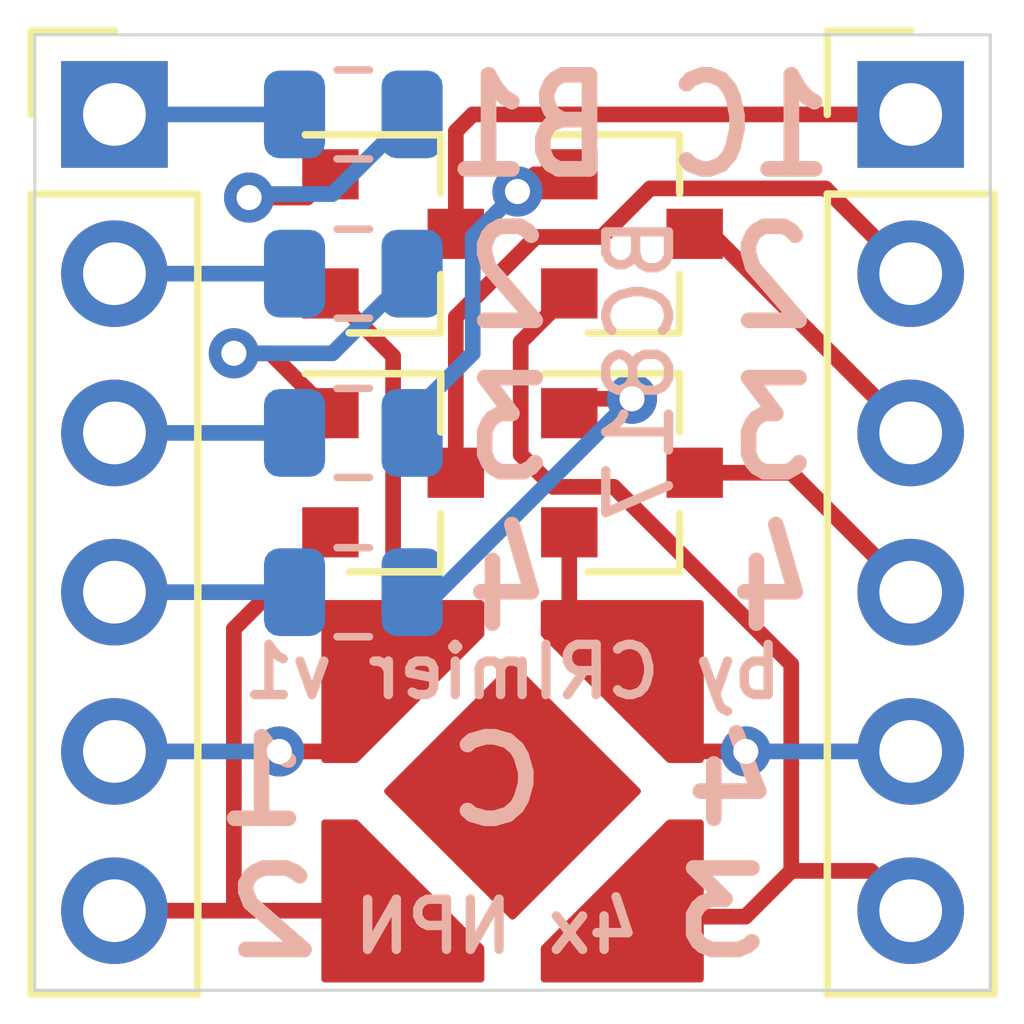
<source format=kicad_pcb>
(kicad_pcb (version 20171130) (host pcbnew "(5.1.2)-1")

  (general
    (thickness 1.6)
    (drawings 9)
    (tracks 71)
    (zones 0)
    (modules 11)
    (nets 17)
  )

  (page A4)
  (layers
    (0 F.Cu signal)
    (31 B.Cu signal)
    (32 B.Adhes user)
    (33 F.Adhes user)
    (34 B.Paste user)
    (35 F.Paste user)
    (36 B.SilkS user)
    (37 F.SilkS user)
    (38 B.Mask user)
    (39 F.Mask user)
    (40 Dwgs.User user)
    (41 Cmts.User user)
    (42 Eco1.User user)
    (43 Eco2.User user)
    (44 Edge.Cuts user)
    (45 Margin user)
    (46 B.CrtYd user)
    (47 F.CrtYd user)
    (48 B.Fab user hide)
    (49 F.Fab user hide)
  )

  (setup
    (last_trace_width 0.25)
    (trace_clearance 0.2)
    (zone_clearance 0.508)
    (zone_45_only no)
    (trace_min 0.2)
    (via_size 0.8)
    (via_drill 0.4)
    (via_min_size 0.4)
    (via_min_drill 0.3)
    (uvia_size 0.3)
    (uvia_drill 0.1)
    (uvias_allowed no)
    (uvia_min_size 0.2)
    (uvia_min_drill 0.1)
    (edge_width 0.05)
    (segment_width 0.2)
    (pcb_text_width 0.3)
    (pcb_text_size 1.5 1.5)
    (mod_edge_width 0.12)
    (mod_text_size 1 1)
    (mod_text_width 0.15)
    (pad_size 1.524 1.524)
    (pad_drill 0.762)
    (pad_to_mask_clearance 0.051)
    (solder_mask_min_width 0.25)
    (aux_axis_origin 135.89 97.79)
    (visible_elements 7FFFFFFF)
    (pcbplotparams
      (layerselection 0x010f0_ffffffff)
      (usegerberextensions true)
      (usegerberattributes false)
      (usegerberadvancedattributes false)
      (creategerberjobfile false)
      (excludeedgelayer true)
      (linewidth 0.100000)
      (plotframeref false)
      (viasonmask false)
      (mode 1)
      (useauxorigin true)
      (hpglpennumber 1)
      (hpglpenspeed 20)
      (hpglpendiameter 15.000000)
      (psnegative false)
      (psa4output false)
      (plotreference false)
      (plotvalue false)
      (plotinvisibletext false)
      (padsonsilk false)
      (subtractmaskfromsilk true)
      (outputformat 1)
      (mirror false)
      (drillshape 0)
      (scaleselection 1)
      (outputdirectory "gerbers/"))
  )

  (net 0 "")
  (net 1 E2)
  (net 2 E1)
  (net 3 B4)
  (net 4 B3)
  (net 5 B2)
  (net 6 B1)
  (net 7 E3)
  (net 8 E4)
  (net 9 C4)
  (net 10 C3)
  (net 11 C2)
  (net 12 C1)
  (net 13 "Net-(Q1-Pad1)")
  (net 14 "Net-(Q2-Pad1)")
  (net 15 "Net-(Q3-Pad1)")
  (net 16 "Net-(Q4-Pad1)")

  (net_class Default "This is the default net class."
    (clearance 0.2)
    (trace_width 0.25)
    (via_dia 0.8)
    (via_drill 0.4)
    (uvia_dia 0.3)
    (uvia_drill 0.1)
    (add_net B1)
    (add_net B2)
    (add_net B3)
    (add_net B4)
    (add_net C1)
    (add_net C2)
    (add_net C3)
    (add_net C4)
    (add_net E1)
    (add_net E2)
    (add_net E3)
    (add_net E4)
    (add_net "Net-(Q1-Pad1)")
    (add_net "Net-(Q2-Pad1)")
    (add_net "Net-(Q3-Pad1)")
    (add_net "Net-(Q4-Pad1)")
  )

  (module Resistor_SMD:R_0805_2012Metric (layer B.Cu) (tedit 5B36C52B) (tstamp 5DD399D4)
    (at 125.73 106.68 180)
    (descr "Resistor SMD 0805 (2012 Metric), square (rectangular) end terminal, IPC_7351 nominal, (Body size source: https://docs.google.com/spreadsheets/d/1BsfQQcO9C6DZCsRaXUlFlo91Tg2WpOkGARC1WS5S8t0/edit?usp=sharing), generated with kicad-footprint-generator")
    (tags resistor)
    (path /5DD3A8FB)
    (attr smd)
    (fp_text reference R4 (at 0 1.65) (layer B.SilkS) hide
      (effects (font (size 1 1) (thickness 0.15)) (justify mirror))
    )
    (fp_text value 1K (at 0 -1.65) (layer B.Fab)
      (effects (font (size 1 1) (thickness 0.15)) (justify mirror))
    )
    (fp_text user %R (at 0 0) (layer B.Fab)
      (effects (font (size 0.5 0.5) (thickness 0.08)) (justify mirror))
    )
    (fp_line (start 1.68 -0.95) (end -1.68 -0.95) (layer B.CrtYd) (width 0.05))
    (fp_line (start 1.68 0.95) (end 1.68 -0.95) (layer B.CrtYd) (width 0.05))
    (fp_line (start -1.68 0.95) (end 1.68 0.95) (layer B.CrtYd) (width 0.05))
    (fp_line (start -1.68 -0.95) (end -1.68 0.95) (layer B.CrtYd) (width 0.05))
    (fp_line (start -0.258578 -0.71) (end 0.258578 -0.71) (layer B.SilkS) (width 0.12))
    (fp_line (start -0.258578 0.71) (end 0.258578 0.71) (layer B.SilkS) (width 0.12))
    (fp_line (start 1 -0.6) (end -1 -0.6) (layer B.Fab) (width 0.1))
    (fp_line (start 1 0.6) (end 1 -0.6) (layer B.Fab) (width 0.1))
    (fp_line (start -1 0.6) (end 1 0.6) (layer B.Fab) (width 0.1))
    (fp_line (start -1 -0.6) (end -1 0.6) (layer B.Fab) (width 0.1))
    (pad 2 smd roundrect (at 0.9375 0 180) (size 0.975 1.4) (layers B.Cu B.Paste B.Mask) (roundrect_rratio 0.25)
      (net 3 B4))
    (pad 1 smd roundrect (at -0.9375 0 180) (size 0.975 1.4) (layers B.Cu B.Paste B.Mask) (roundrect_rratio 0.25)
      (net 16 "Net-(Q4-Pad1)"))
    (model ${KISYS3DMOD}/Resistor_SMD.3dshapes/R_0805_2012Metric.wrl
      (at (xyz 0 0 0))
      (scale (xyz 1 1 1))
      (rotate (xyz 0 0 0))
    )
  )

  (module Resistor_SMD:R_0805_2012Metric (layer B.Cu) (tedit 5B36C52B) (tstamp 5DD399C3)
    (at 125.73 101.6 180)
    (descr "Resistor SMD 0805 (2012 Metric), square (rectangular) end terminal, IPC_7351 nominal, (Body size source: https://docs.google.com/spreadsheets/d/1BsfQQcO9C6DZCsRaXUlFlo91Tg2WpOkGARC1WS5S8t0/edit?usp=sharing), generated with kicad-footprint-generator")
    (tags resistor)
    (path /5DD39760)
    (attr smd)
    (fp_text reference R3 (at 0 1.65) (layer B.SilkS) hide
      (effects (font (size 1 1) (thickness 0.15)) (justify mirror))
    )
    (fp_text value 1K (at 0 -1.65) (layer B.Fab)
      (effects (font (size 1 1) (thickness 0.15)) (justify mirror))
    )
    (fp_text user %R (at 0 0) (layer B.Fab)
      (effects (font (size 0.5 0.5) (thickness 0.08)) (justify mirror))
    )
    (fp_line (start 1.68 -0.95) (end -1.68 -0.95) (layer B.CrtYd) (width 0.05))
    (fp_line (start 1.68 0.95) (end 1.68 -0.95) (layer B.CrtYd) (width 0.05))
    (fp_line (start -1.68 0.95) (end 1.68 0.95) (layer B.CrtYd) (width 0.05))
    (fp_line (start -1.68 -0.95) (end -1.68 0.95) (layer B.CrtYd) (width 0.05))
    (fp_line (start -0.258578 -0.71) (end 0.258578 -0.71) (layer B.SilkS) (width 0.12))
    (fp_line (start -0.258578 0.71) (end 0.258578 0.71) (layer B.SilkS) (width 0.12))
    (fp_line (start 1 -0.6) (end -1 -0.6) (layer B.Fab) (width 0.1))
    (fp_line (start 1 0.6) (end 1 -0.6) (layer B.Fab) (width 0.1))
    (fp_line (start -1 0.6) (end 1 0.6) (layer B.Fab) (width 0.1))
    (fp_line (start -1 -0.6) (end -1 0.6) (layer B.Fab) (width 0.1))
    (pad 2 smd roundrect (at 0.9375 0 180) (size 0.975 1.4) (layers B.Cu B.Paste B.Mask) (roundrect_rratio 0.25)
      (net 5 B2))
    (pad 1 smd roundrect (at -0.9375 0 180) (size 0.975 1.4) (layers B.Cu B.Paste B.Mask) (roundrect_rratio 0.25)
      (net 15 "Net-(Q3-Pad1)"))
    (model ${KISYS3DMOD}/Resistor_SMD.3dshapes/R_0805_2012Metric.wrl
      (at (xyz 0 0 0))
      (scale (xyz 1 1 1))
      (rotate (xyz 0 0 0))
    )
  )

  (module Resistor_SMD:R_0805_2012Metric (layer B.Cu) (tedit 5B36C52B) (tstamp 5DD399B2)
    (at 125.73 104.14 180)
    (descr "Resistor SMD 0805 (2012 Metric), square (rectangular) end terminal, IPC_7351 nominal, (Body size source: https://docs.google.com/spreadsheets/d/1BsfQQcO9C6DZCsRaXUlFlo91Tg2WpOkGARC1WS5S8t0/edit?usp=sharing), generated with kicad-footprint-generator")
    (tags resistor)
    (path /5DD3A8E4)
    (attr smd)
    (fp_text reference R2 (at 0 1.65) (layer B.SilkS) hide
      (effects (font (size 1 1) (thickness 0.15)) (justify mirror))
    )
    (fp_text value 1K (at 0 -1.65) (layer B.Fab)
      (effects (font (size 1 1) (thickness 0.15)) (justify mirror))
    )
    (fp_text user %R (at 0 0) (layer B.Fab)
      (effects (font (size 0.5 0.5) (thickness 0.08)) (justify mirror))
    )
    (fp_line (start 1.68 -0.95) (end -1.68 -0.95) (layer B.CrtYd) (width 0.05))
    (fp_line (start 1.68 0.95) (end 1.68 -0.95) (layer B.CrtYd) (width 0.05))
    (fp_line (start -1.68 0.95) (end 1.68 0.95) (layer B.CrtYd) (width 0.05))
    (fp_line (start -1.68 -0.95) (end -1.68 0.95) (layer B.CrtYd) (width 0.05))
    (fp_line (start -0.258578 -0.71) (end 0.258578 -0.71) (layer B.SilkS) (width 0.12))
    (fp_line (start -0.258578 0.71) (end 0.258578 0.71) (layer B.SilkS) (width 0.12))
    (fp_line (start 1 -0.6) (end -1 -0.6) (layer B.Fab) (width 0.1))
    (fp_line (start 1 0.6) (end 1 -0.6) (layer B.Fab) (width 0.1))
    (fp_line (start -1 0.6) (end 1 0.6) (layer B.Fab) (width 0.1))
    (fp_line (start -1 -0.6) (end -1 0.6) (layer B.Fab) (width 0.1))
    (pad 2 smd roundrect (at 0.9375 0 180) (size 0.975 1.4) (layers B.Cu B.Paste B.Mask) (roundrect_rratio 0.25)
      (net 4 B3))
    (pad 1 smd roundrect (at -0.9375 0 180) (size 0.975 1.4) (layers B.Cu B.Paste B.Mask) (roundrect_rratio 0.25)
      (net 14 "Net-(Q2-Pad1)"))
    (model ${KISYS3DMOD}/Resistor_SMD.3dshapes/R_0805_2012Metric.wrl
      (at (xyz 0 0 0))
      (scale (xyz 1 1 1))
      (rotate (xyz 0 0 0))
    )
  )

  (module Resistor_SMD:R_0805_2012Metric (layer B.Cu) (tedit 5B36C52B) (tstamp 5DD399A1)
    (at 125.73 99.06 180)
    (descr "Resistor SMD 0805 (2012 Metric), square (rectangular) end terminal, IPC_7351 nominal, (Body size source: https://docs.google.com/spreadsheets/d/1BsfQQcO9C6DZCsRaXUlFlo91Tg2WpOkGARC1WS5S8t0/edit?usp=sharing), generated with kicad-footprint-generator")
    (tags resistor)
    (path /5DD3423D)
    (attr smd)
    (fp_text reference R1 (at 0 1.65) (layer B.SilkS) hide
      (effects (font (size 1 1) (thickness 0.15)) (justify mirror))
    )
    (fp_text value 1K (at 0 -1.65) (layer B.Fab)
      (effects (font (size 1 1) (thickness 0.15)) (justify mirror))
    )
    (fp_text user %R (at 0 0) (layer B.Fab)
      (effects (font (size 0.5 0.5) (thickness 0.08)) (justify mirror))
    )
    (fp_line (start 1.68 -0.95) (end -1.68 -0.95) (layer B.CrtYd) (width 0.05))
    (fp_line (start 1.68 0.95) (end 1.68 -0.95) (layer B.CrtYd) (width 0.05))
    (fp_line (start -1.68 0.95) (end 1.68 0.95) (layer B.CrtYd) (width 0.05))
    (fp_line (start -1.68 -0.95) (end -1.68 0.95) (layer B.CrtYd) (width 0.05))
    (fp_line (start -0.258578 -0.71) (end 0.258578 -0.71) (layer B.SilkS) (width 0.12))
    (fp_line (start -0.258578 0.71) (end 0.258578 0.71) (layer B.SilkS) (width 0.12))
    (fp_line (start 1 -0.6) (end -1 -0.6) (layer B.Fab) (width 0.1))
    (fp_line (start 1 0.6) (end 1 -0.6) (layer B.Fab) (width 0.1))
    (fp_line (start -1 0.6) (end 1 0.6) (layer B.Fab) (width 0.1))
    (fp_line (start -1 -0.6) (end -1 0.6) (layer B.Fab) (width 0.1))
    (pad 2 smd roundrect (at 0.9375 0 180) (size 0.975 1.4) (layers B.Cu B.Paste B.Mask) (roundrect_rratio 0.25)
      (net 6 B1))
    (pad 1 smd roundrect (at -0.9375 0 180) (size 0.975 1.4) (layers B.Cu B.Paste B.Mask) (roundrect_rratio 0.25)
      (net 13 "Net-(Q1-Pad1)"))
    (model ${KISYS3DMOD}/Resistor_SMD.3dshapes/R_0805_2012Metric.wrl
      (at (xyz 0 0 0))
      (scale (xyz 1 1 1))
      (rotate (xyz 0 0 0))
    )
  )

  (module Package_TO_SOT_SMD:SOT-23 (layer F.Cu) (tedit 5A02FF57) (tstamp 5DD39990)
    (at 130.175 104.775)
    (descr "SOT-23, Standard")
    (tags SOT-23)
    (path /5DD3A8F1)
    (attr smd)
    (fp_text reference Q4 (at 0 -2.5) (layer F.SilkS) hide
      (effects (font (size 1 1) (thickness 0.15)))
    )
    (fp_text value BC857 (at 0 2.5) (layer F.Fab)
      (effects (font (size 1 1) (thickness 0.15)))
    )
    (fp_line (start 0.76 1.58) (end -0.7 1.58) (layer F.SilkS) (width 0.12))
    (fp_line (start 0.76 -1.58) (end -1.4 -1.58) (layer F.SilkS) (width 0.12))
    (fp_line (start -1.7 1.75) (end -1.7 -1.75) (layer F.CrtYd) (width 0.05))
    (fp_line (start 1.7 1.75) (end -1.7 1.75) (layer F.CrtYd) (width 0.05))
    (fp_line (start 1.7 -1.75) (end 1.7 1.75) (layer F.CrtYd) (width 0.05))
    (fp_line (start -1.7 -1.75) (end 1.7 -1.75) (layer F.CrtYd) (width 0.05))
    (fp_line (start 0.76 -1.58) (end 0.76 -0.65) (layer F.SilkS) (width 0.12))
    (fp_line (start 0.76 1.58) (end 0.76 0.65) (layer F.SilkS) (width 0.12))
    (fp_line (start -0.7 1.52) (end 0.7 1.52) (layer F.Fab) (width 0.1))
    (fp_line (start 0.7 -1.52) (end 0.7 1.52) (layer F.Fab) (width 0.1))
    (fp_line (start -0.7 -0.95) (end -0.15 -1.52) (layer F.Fab) (width 0.1))
    (fp_line (start -0.15 -1.52) (end 0.7 -1.52) (layer F.Fab) (width 0.1))
    (fp_line (start -0.7 -0.95) (end -0.7 1.5) (layer F.Fab) (width 0.1))
    (fp_text user %R (at 0 0 90) (layer F.Fab)
      (effects (font (size 0.5 0.5) (thickness 0.075)))
    )
    (pad 3 smd rect (at 1 0) (size 0.9 0.8) (layers F.Cu F.Paste F.Mask)
      (net 9 C4))
    (pad 2 smd rect (at -1 0.95) (size 0.9 0.8) (layers F.Cu F.Paste F.Mask)
      (net 8 E4))
    (pad 1 smd rect (at -1 -0.95) (size 0.9 0.8) (layers F.Cu F.Paste F.Mask)
      (net 16 "Net-(Q4-Pad1)"))
    (model ${KISYS3DMOD}/Package_TO_SOT_SMD.3dshapes/SOT-23.wrl
      (at (xyz 0 0 0))
      (scale (xyz 1 1 1))
      (rotate (xyz 0 0 0))
    )
  )

  (module Package_TO_SOT_SMD:SOT-23 (layer F.Cu) (tedit 5A02FF57) (tstamp 5DD3997B)
    (at 126.365 104.775)
    (descr "SOT-23, Standard")
    (tags SOT-23)
    (path /5DD39756)
    (attr smd)
    (fp_text reference Q3 (at 0 -2.5) (layer F.SilkS) hide
      (effects (font (size 1 1) (thickness 0.15)))
    )
    (fp_text value BC857 (at 0 2.5) (layer F.Fab)
      (effects (font (size 1 1) (thickness 0.15)))
    )
    (fp_line (start 0.76 1.58) (end -0.7 1.58) (layer F.SilkS) (width 0.12))
    (fp_line (start 0.76 -1.58) (end -1.4 -1.58) (layer F.SilkS) (width 0.12))
    (fp_line (start -1.7 1.75) (end -1.7 -1.75) (layer F.CrtYd) (width 0.05))
    (fp_line (start 1.7 1.75) (end -1.7 1.75) (layer F.CrtYd) (width 0.05))
    (fp_line (start 1.7 -1.75) (end 1.7 1.75) (layer F.CrtYd) (width 0.05))
    (fp_line (start -1.7 -1.75) (end 1.7 -1.75) (layer F.CrtYd) (width 0.05))
    (fp_line (start 0.76 -1.58) (end 0.76 -0.65) (layer F.SilkS) (width 0.12))
    (fp_line (start 0.76 1.58) (end 0.76 0.65) (layer F.SilkS) (width 0.12))
    (fp_line (start -0.7 1.52) (end 0.7 1.52) (layer F.Fab) (width 0.1))
    (fp_line (start 0.7 -1.52) (end 0.7 1.52) (layer F.Fab) (width 0.1))
    (fp_line (start -0.7 -0.95) (end -0.15 -1.52) (layer F.Fab) (width 0.1))
    (fp_line (start -0.15 -1.52) (end 0.7 -1.52) (layer F.Fab) (width 0.1))
    (fp_line (start -0.7 -0.95) (end -0.7 1.5) (layer F.Fab) (width 0.1))
    (fp_text user %R (at 0 0 90) (layer F.Fab)
      (effects (font (size 0.5 0.5) (thickness 0.075)))
    )
    (pad 3 smd rect (at 1 0) (size 0.9 0.8) (layers F.Cu F.Paste F.Mask)
      (net 11 C2))
    (pad 2 smd rect (at -1 0.95) (size 0.9 0.8) (layers F.Cu F.Paste F.Mask)
      (net 1 E2))
    (pad 1 smd rect (at -1 -0.95) (size 0.9 0.8) (layers F.Cu F.Paste F.Mask)
      (net 15 "Net-(Q3-Pad1)"))
    (model ${KISYS3DMOD}/Package_TO_SOT_SMD.3dshapes/SOT-23.wrl
      (at (xyz 0 0 0))
      (scale (xyz 1 1 1))
      (rotate (xyz 0 0 0))
    )
  )

  (module Package_TO_SOT_SMD:SOT-23 (layer F.Cu) (tedit 5A02FF57) (tstamp 5DD39966)
    (at 130.175 100.965)
    (descr "SOT-23, Standard")
    (tags SOT-23)
    (path /5DD3A8DA)
    (attr smd)
    (fp_text reference Q2 (at 0 -2.5) (layer F.SilkS) hide
      (effects (font (size 1 1) (thickness 0.15)))
    )
    (fp_text value BC857 (at 0 2.5) (layer F.Fab)
      (effects (font (size 1 1) (thickness 0.15)))
    )
    (fp_line (start 0.76 1.58) (end -0.7 1.58) (layer F.SilkS) (width 0.12))
    (fp_line (start 0.76 -1.58) (end -1.4 -1.58) (layer F.SilkS) (width 0.12))
    (fp_line (start -1.7 1.75) (end -1.7 -1.75) (layer F.CrtYd) (width 0.05))
    (fp_line (start 1.7 1.75) (end -1.7 1.75) (layer F.CrtYd) (width 0.05))
    (fp_line (start 1.7 -1.75) (end 1.7 1.75) (layer F.CrtYd) (width 0.05))
    (fp_line (start -1.7 -1.75) (end 1.7 -1.75) (layer F.CrtYd) (width 0.05))
    (fp_line (start 0.76 -1.58) (end 0.76 -0.65) (layer F.SilkS) (width 0.12))
    (fp_line (start 0.76 1.58) (end 0.76 0.65) (layer F.SilkS) (width 0.12))
    (fp_line (start -0.7 1.52) (end 0.7 1.52) (layer F.Fab) (width 0.1))
    (fp_line (start 0.7 -1.52) (end 0.7 1.52) (layer F.Fab) (width 0.1))
    (fp_line (start -0.7 -0.95) (end -0.15 -1.52) (layer F.Fab) (width 0.1))
    (fp_line (start -0.15 -1.52) (end 0.7 -1.52) (layer F.Fab) (width 0.1))
    (fp_line (start -0.7 -0.95) (end -0.7 1.5) (layer F.Fab) (width 0.1))
    (fp_text user %R (at 0 0 90) (layer F.Fab)
      (effects (font (size 0.5 0.5) (thickness 0.075)))
    )
    (pad 3 smd rect (at 1 0) (size 0.9 0.8) (layers F.Cu F.Paste F.Mask)
      (net 10 C3))
    (pad 2 smd rect (at -1 0.95) (size 0.9 0.8) (layers F.Cu F.Paste F.Mask)
      (net 7 E3))
    (pad 1 smd rect (at -1 -0.95) (size 0.9 0.8) (layers F.Cu F.Paste F.Mask)
      (net 14 "Net-(Q2-Pad1)"))
    (model ${KISYS3DMOD}/Package_TO_SOT_SMD.3dshapes/SOT-23.wrl
      (at (xyz 0 0 0))
      (scale (xyz 1 1 1))
      (rotate (xyz 0 0 0))
    )
  )

  (module Package_TO_SOT_SMD:SOT-23 (layer F.Cu) (tedit 5A02FF57) (tstamp 5DD39951)
    (at 126.365 100.965)
    (descr "SOT-23, Standard")
    (tags SOT-23)
    (path /5DD33B08)
    (attr smd)
    (fp_text reference Q1 (at 0 -2.5) (layer F.SilkS) hide
      (effects (font (size 1 1) (thickness 0.15)))
    )
    (fp_text value BC857 (at 0 2.5) (layer F.Fab)
      (effects (font (size 1 1) (thickness 0.15)))
    )
    (fp_line (start 0.76 1.58) (end -0.7 1.58) (layer F.SilkS) (width 0.12))
    (fp_line (start 0.76 -1.58) (end -1.4 -1.58) (layer F.SilkS) (width 0.12))
    (fp_line (start -1.7 1.75) (end -1.7 -1.75) (layer F.CrtYd) (width 0.05))
    (fp_line (start 1.7 1.75) (end -1.7 1.75) (layer F.CrtYd) (width 0.05))
    (fp_line (start 1.7 -1.75) (end 1.7 1.75) (layer F.CrtYd) (width 0.05))
    (fp_line (start -1.7 -1.75) (end 1.7 -1.75) (layer F.CrtYd) (width 0.05))
    (fp_line (start 0.76 -1.58) (end 0.76 -0.65) (layer F.SilkS) (width 0.12))
    (fp_line (start 0.76 1.58) (end 0.76 0.65) (layer F.SilkS) (width 0.12))
    (fp_line (start -0.7 1.52) (end 0.7 1.52) (layer F.Fab) (width 0.1))
    (fp_line (start 0.7 -1.52) (end 0.7 1.52) (layer F.Fab) (width 0.1))
    (fp_line (start -0.7 -0.95) (end -0.15 -1.52) (layer F.Fab) (width 0.1))
    (fp_line (start -0.15 -1.52) (end 0.7 -1.52) (layer F.Fab) (width 0.1))
    (fp_line (start -0.7 -0.95) (end -0.7 1.5) (layer F.Fab) (width 0.1))
    (fp_text user %R (at 0 0 90) (layer F.Fab)
      (effects (font (size 0.5 0.5) (thickness 0.075)))
    )
    (pad 3 smd rect (at 1 0) (size 0.9 0.8) (layers F.Cu F.Paste F.Mask)
      (net 12 C1))
    (pad 2 smd rect (at -1 0.95) (size 0.9 0.8) (layers F.Cu F.Paste F.Mask)
      (net 2 E1))
    (pad 1 smd rect (at -1 -0.95) (size 0.9 0.8) (layers F.Cu F.Paste F.Mask)
      (net 13 "Net-(Q1-Pad1)"))
    (model ${KISYS3DMOD}/Package_TO_SOT_SMD.3dshapes/SOT-23.wrl
      (at (xyz 0 0 0))
      (scale (xyz 1 1 1))
      (rotate (xyz 0 0 0))
    )
  )

  (module 4x_npn_breakout:4Way_Jumper (layer F.Cu) (tedit 5DD3404F) (tstamp 5DD3993C)
    (at 128.27 109.855)
    (path /5DD4617A)
    (fp_text reference JP1 (at -0.5 4.5) (layer F.SilkS) hide
      (effects (font (size 1 1) (thickness 0.15)))
    )
    (fp_text value SolderJumper_4way_Open (at 0 -4) (layer F.Fab)
      (effects (font (size 1 1) (thickness 0.15)))
    )
    (pad 4 smd custom (at 2 -2) (size 1 1) (layers F.Cu F.Paste F.Mask)
      (net 8 E4)
      (options (clearance outline) (anchor circle))
      (primitives
        (gr_poly (pts
           (xy -1.5 -0.5) (xy 0.5 1.5) (xy 1 1.5) (xy 1 -1) (xy -1.5 -1)
) (width 0.1))
      ))
    (pad 1 smd custom (at -2 -2) (size 1 1) (layers F.Cu F.Paste F.Mask)
      (net 2 E1)
      (options (clearance outline) (anchor circle))
      (primitives
        (gr_poly (pts
           (xy -1 -1) (xy 1.5 -1) (xy 1.5 -0.5) (xy -0.5 1.5) (xy -1 1.5)
) (width 0.1))
      ))
    (pad "" smd custom (at 0 0) (size 1 1) (layers F.Cu F.Paste F.Mask)
      (options (clearance outline) (anchor circle))
      (primitives
        (gr_poly (pts
           (xy 0 -2) (xy -2 0) (xy 0 2) (xy 2 0)) (width 0.1))
      ))
    (pad 3 smd custom (at 2 2) (size 1 1) (layers F.Cu F.Paste F.Mask)
      (net 7 E3)
      (options (clearance outline) (anchor circle))
      (primitives
        (gr_poly (pts
           (xy 0.5 -1.5) (xy 1 -1.5) (xy 1 1) (xy -1.5 1) (xy -1.5 0.5)
) (width 0.1))
      ))
    (pad 2 smd custom (at -2 2) (size 1 1) (layers F.Cu F.Paste F.Mask)
      (net 1 E2)
      (options (clearance outline) (anchor circle))
      (primitives
        (gr_poly (pts
           (xy -1 -1.5) (xy -0.5 -1.5) (xy 1.5 0.5) (xy 1.5 1) (xy -1 1)
) (width 0.1))
      ))
  )

  (module Connector_PinHeader_2.54mm:PinHeader_1x06_P2.54mm_Vertical (layer F.Cu) (tedit 59FED5CC) (tstamp 5DD39933)
    (at 134.62 99.06)
    (descr "Through hole straight pin header, 1x06, 2.54mm pitch, single row")
    (tags "Through hole pin header THT 1x06 2.54mm single row")
    (path /5DD362B6)
    (fp_text reference J2 (at 0 -2.33) (layer F.SilkS) hide
      (effects (font (size 1 1) (thickness 0.15)))
    )
    (fp_text value RIGHT (at 0 15.03) (layer F.Fab)
      (effects (font (size 1 1) (thickness 0.15)))
    )
    (fp_text user %R (at 0 6.35 90) (layer F.Fab)
      (effects (font (size 1 1) (thickness 0.15)))
    )
    (fp_line (start 1.8 -1.8) (end -1.8 -1.8) (layer F.CrtYd) (width 0.05))
    (fp_line (start 1.8 14.5) (end 1.8 -1.8) (layer F.CrtYd) (width 0.05))
    (fp_line (start -1.8 14.5) (end 1.8 14.5) (layer F.CrtYd) (width 0.05))
    (fp_line (start -1.8 -1.8) (end -1.8 14.5) (layer F.CrtYd) (width 0.05))
    (fp_line (start -1.33 -1.33) (end 0 -1.33) (layer F.SilkS) (width 0.12))
    (fp_line (start -1.33 0) (end -1.33 -1.33) (layer F.SilkS) (width 0.12))
    (fp_line (start -1.33 1.27) (end 1.33 1.27) (layer F.SilkS) (width 0.12))
    (fp_line (start 1.33 1.27) (end 1.33 14.03) (layer F.SilkS) (width 0.12))
    (fp_line (start -1.33 1.27) (end -1.33 14.03) (layer F.SilkS) (width 0.12))
    (fp_line (start -1.33 14.03) (end 1.33 14.03) (layer F.SilkS) (width 0.12))
    (fp_line (start -1.27 -0.635) (end -0.635 -1.27) (layer F.Fab) (width 0.1))
    (fp_line (start -1.27 13.97) (end -1.27 -0.635) (layer F.Fab) (width 0.1))
    (fp_line (start 1.27 13.97) (end -1.27 13.97) (layer F.Fab) (width 0.1))
    (fp_line (start 1.27 -1.27) (end 1.27 13.97) (layer F.Fab) (width 0.1))
    (fp_line (start -0.635 -1.27) (end 1.27 -1.27) (layer F.Fab) (width 0.1))
    (pad 6 thru_hole oval (at 0 12.7) (size 1.7 1.7) (drill 1) (layers *.Cu *.Mask)
      (net 7 E3))
    (pad 5 thru_hole oval (at 0 10.16) (size 1.7 1.7) (drill 1) (layers *.Cu *.Mask)
      (net 8 E4))
    (pad 4 thru_hole oval (at 0 7.62) (size 1.7 1.7) (drill 1) (layers *.Cu *.Mask)
      (net 9 C4))
    (pad 3 thru_hole oval (at 0 5.08) (size 1.7 1.7) (drill 1) (layers *.Cu *.Mask)
      (net 10 C3))
    (pad 2 thru_hole oval (at 0 2.54) (size 1.7 1.7) (drill 1) (layers *.Cu *.Mask)
      (net 11 C2))
    (pad 1 thru_hole rect (at 0 0) (size 1.7 1.7) (drill 1) (layers *.Cu *.Mask)
      (net 12 C1))
    (model ${KISYS3DMOD}/Connector_PinHeader_2.54mm.3dshapes/PinHeader_1x06_P2.54mm_Vertical.wrl
      (at (xyz 0 0 0))
      (scale (xyz 1 1 1))
      (rotate (xyz 0 0 0))
    )
  )

  (module Connector_PinHeader_2.54mm:PinHeader_1x06_P2.54mm_Vertical (layer F.Cu) (tedit 59FED5CC) (tstamp 5DD39919)
    (at 121.92 99.06)
    (descr "Through hole straight pin header, 1x06, 2.54mm pitch, single row")
    (tags "Through hole pin header THT 1x06 2.54mm single row")
    (path /5DD34DFB)
    (fp_text reference J1 (at 0 -2.33) (layer F.SilkS) hide
      (effects (font (size 1 1) (thickness 0.15)))
    )
    (fp_text value LEFT (at 0 15.03) (layer F.Fab)
      (effects (font (size 1 1) (thickness 0.15)))
    )
    (fp_text user %R (at 0 6.35 90) (layer F.Fab)
      (effects (font (size 1 1) (thickness 0.15)))
    )
    (fp_line (start 1.8 -1.8) (end -1.8 -1.8) (layer F.CrtYd) (width 0.05))
    (fp_line (start 1.8 14.5) (end 1.8 -1.8) (layer F.CrtYd) (width 0.05))
    (fp_line (start -1.8 14.5) (end 1.8 14.5) (layer F.CrtYd) (width 0.05))
    (fp_line (start -1.8 -1.8) (end -1.8 14.5) (layer F.CrtYd) (width 0.05))
    (fp_line (start -1.33 -1.33) (end 0 -1.33) (layer F.SilkS) (width 0.12))
    (fp_line (start -1.33 0) (end -1.33 -1.33) (layer F.SilkS) (width 0.12))
    (fp_line (start -1.33 1.27) (end 1.33 1.27) (layer F.SilkS) (width 0.12))
    (fp_line (start 1.33 1.27) (end 1.33 14.03) (layer F.SilkS) (width 0.12))
    (fp_line (start -1.33 1.27) (end -1.33 14.03) (layer F.SilkS) (width 0.12))
    (fp_line (start -1.33 14.03) (end 1.33 14.03) (layer F.SilkS) (width 0.12))
    (fp_line (start -1.27 -0.635) (end -0.635 -1.27) (layer F.Fab) (width 0.1))
    (fp_line (start -1.27 13.97) (end -1.27 -0.635) (layer F.Fab) (width 0.1))
    (fp_line (start 1.27 13.97) (end -1.27 13.97) (layer F.Fab) (width 0.1))
    (fp_line (start 1.27 -1.27) (end 1.27 13.97) (layer F.Fab) (width 0.1))
    (fp_line (start -0.635 -1.27) (end 1.27 -1.27) (layer F.Fab) (width 0.1))
    (pad 6 thru_hole oval (at 0 12.7) (size 1.7 1.7) (drill 1) (layers *.Cu *.Mask)
      (net 1 E2))
    (pad 5 thru_hole oval (at 0 10.16) (size 1.7 1.7) (drill 1) (layers *.Cu *.Mask)
      (net 2 E1))
    (pad 4 thru_hole oval (at 0 7.62) (size 1.7 1.7) (drill 1) (layers *.Cu *.Mask)
      (net 3 B4))
    (pad 3 thru_hole oval (at 0 5.08) (size 1.7 1.7) (drill 1) (layers *.Cu *.Mask)
      (net 4 B3))
    (pad 2 thru_hole oval (at 0 2.54) (size 1.7 1.7) (drill 1) (layers *.Cu *.Mask)
      (net 5 B2))
    (pad 1 thru_hole rect (at 0 0) (size 1.7 1.7) (drill 1) (layers *.Cu *.Mask)
      (net 6 B1))
    (model ${KISYS3DMOD}/Connector_PinHeader_2.54mm.3dshapes/PinHeader_1x06_P2.54mm_Vertical.wrl
      (at (xyz 0 0 0))
      (scale (xyz 1 1 1))
      (rotate (xyz 0 0 0))
    )
  )

  (gr_text BC817 (at 130.302 103.124 90) (layer B.SilkS)
    (effects (font (size 1 1) (thickness 0.15)) (justify mirror))
  )
  (gr_text "4x NPN" (at 128.016 112.014) (layer B.SilkS)
    (effects (font (size 0.8 0.8) (thickness 0.15)) (justify mirror))
  )
  (gr_text "by CRImier v1" (at 128.27 107.95) (layer B.SilkS)
    (effects (font (size 0.8 0.8) (thickness 0.15)) (justify mirror))
  )
  (gr_text "4  C  1\n3     2" (at 128.016 110.744) (layer B.SilkS)
    (effects (font (size 1.3 1.5) (thickness 0.25)) (justify mirror))
  )
  (gr_text "1C B1\n2   2\n3   3\n4   4" (at 130.302 102.87) (layer B.SilkS)
    (effects (font (size 1.5 1.3) (thickness 0.25)) (justify mirror))
  )
  (gr_line (start 120.65 113.03) (end 120.65 97.79) (layer Edge.Cuts) (width 0.05) (tstamp 5DD3A404))
  (gr_line (start 135.89 113.03) (end 120.65 113.03) (layer Edge.Cuts) (width 0.05))
  (gr_line (start 135.89 97.79) (end 135.89 113.03) (layer Edge.Cuts) (width 0.05))
  (gr_line (start 120.65 97.79) (end 135.89 97.79) (layer Edge.Cuts) (width 0.05))

  (segment (start 121.92 111.76) (end 124.46 111.76) (width 0.25) (layer F.Cu) (net 1))
  (segment (start 123.825 111.76) (end 124.46 111.76) (width 0.25) (layer F.Cu) (net 1))
  (segment (start 125.365 105.725) (end 123.825 107.265) (width 0.25) (layer F.Cu) (net 1))
  (segment (start 123.825 107.265) (end 123.825 111.76) (width 0.25) (layer F.Cu) (net 1))
  (segment (start 126.27 111.855) (end 126.27 112.49) (width 0.25) (layer F.Cu) (net 1))
  (segment (start 124.46 111.76) (end 126.175 111.76) (width 0.25) (layer F.Cu) (net 1))
  (segment (start 126.175 111.76) (end 126.27 111.855) (width 0.25) (layer F.Cu) (net 1))
  (segment (start 126.365 108.395) (end 126.27 108.49) (width 0.25) (layer F.Cu) (net 2))
  (segment (start 125.365 101.915) (end 126.365 102.915) (width 0.25) (layer F.Cu) (net 2))
  (segment (start 126.365 102.915) (end 126.365 108.395) (width 0.25) (layer F.Cu) (net 2))
  (via (at 124.55 109.22) (size 0.8) (drill 0.4) (layers F.Cu B.Cu) (net 2))
  (segment (start 121.92 109.22) (end 124.55 109.22) (width 0.25) (layer B.Cu) (net 2))
  (segment (start 125.54 109.22) (end 126.27 108.49) (width 0.25) (layer F.Cu) (net 2))
  (segment (start 124.55 109.22) (end 125.54 109.22) (width 0.25) (layer F.Cu) (net 2))
  (segment (start 124.7925 106.68) (end 121.92 106.68) (width 0.25) (layer B.Cu) (net 3))
  (segment (start 121.92 104.14) (end 124.7925 104.14) (width 0.25) (layer B.Cu) (net 4))
  (segment (start 124.7925 101.6) (end 121.92 101.6) (width 0.25) (layer B.Cu) (net 5))
  (segment (start 124.7925 99.06) (end 121.92 99.06) (width 0.25) (layer B.Cu) (net 6))
  (segment (start 128.399999 102.690001) (end 128.399999 104.485001) (width 0.25) (layer F.Cu) (net 7))
  (segment (start 129.175 101.915) (end 128.399999 102.690001) (width 0.25) (layer F.Cu) (net 7))
  (segment (start 128.399999 104.485001) (end 128.914997 104.999999) (width 0.25) (layer F.Cu) (net 7))
  (segment (start 128.914997 104.999999) (end 129.885001 104.999999) (width 0.25) (layer F.Cu) (net 7))
  (segment (start 129.885001 104.999999) (end 132.715 107.829998) (width 0.25) (layer F.Cu) (net 7))
  (segment (start 132.715 107.829998) (end 132.715 111.125) (width 0.25) (layer F.Cu) (net 7))
  (segment (start 133.985 111.125) (end 132.715 111.125) (width 0.25) (layer F.Cu) (net 7))
  (segment (start 134.62 111.76) (end 133.985 111.125) (width 0.25) (layer F.Cu) (net 7))
  (segment (start 130.27 111.855) (end 130.27 112.49) (width 0.25) (layer F.Cu) (net 7))
  (segment (start 132.715 111.125) (end 131.985 111.855) (width 0.25) (layer F.Cu) (net 7))
  (segment (start 131.985 111.855) (end 130.27 111.855) (width 0.25) (layer F.Cu) (net 7))
  (segment (start 129.175 107.395) (end 130.27 108.49) (width 0.25) (layer F.Cu) (net 8))
  (segment (start 129.175 105.725) (end 129.175 107.395) (width 0.25) (layer F.Cu) (net 8))
  (via (at 131.99 109.22) (size 0.8) (drill 0.4) (layers F.Cu B.Cu) (net 8))
  (segment (start 134.62 109.22) (end 131.99 109.22) (width 0.25) (layer B.Cu) (net 8))
  (segment (start 131 109.22) (end 130.27 108.49) (width 0.25) (layer F.Cu) (net 8))
  (segment (start 131.99 109.22) (end 131 109.22) (width 0.25) (layer F.Cu) (net 8))
  (segment (start 132.715 104.775) (end 134.62 106.68) (width 0.25) (layer F.Cu) (net 9))
  (segment (start 131.175 104.775) (end 132.715 104.775) (width 0.25) (layer F.Cu) (net 9))
  (segment (start 131.445 100.965) (end 134.62 104.14) (width 0.25) (layer F.Cu) (net 10))
  (segment (start 131.175 100.965) (end 131.445 100.965) (width 0.25) (layer F.Cu) (net 10))
  (segment (start 133.259999 100.239999) (end 134.62 101.6) (width 0.25) (layer F.Cu) (net 11))
  (segment (start 130.464999 100.239999) (end 133.259999 100.239999) (width 0.25) (layer F.Cu) (net 11))
  (segment (start 129.690333 101.014665) (end 130.464999 100.239999) (width 0.25) (layer F.Cu) (net 11))
  (segment (start 128.640333 101.014665) (end 129.690333 101.014665) (width 0.25) (layer F.Cu) (net 11))
  (segment (start 127.365 104.775) (end 127.365 102.289998) (width 0.25) (layer F.Cu) (net 11))
  (segment (start 127.365 102.289998) (end 128.640333 101.014665) (width 0.25) (layer F.Cu) (net 11))
  (segment (start 127.365 100.965) (end 127.365 99.33) (width 0.25) (layer F.Cu) (net 12))
  (segment (start 127.635 99.06) (end 134.62 99.06) (width 0.25) (layer F.Cu) (net 12))
  (segment (start 127.365 99.33) (end 127.635 99.06) (width 0.25) (layer F.Cu) (net 12))
  (via (at 124.067721 100.385903) (size 0.8) (drill 0.4) (layers F.Cu B.Cu) (net 13))
  (segment (start 124.994097 100.385903) (end 125.365 100.015) (width 0.25) (layer F.Cu) (net 13))
  (segment (start 124.067721 100.385903) (end 124.994097 100.385903) (width 0.25) (layer F.Cu) (net 13))
  (segment (start 124.123624 100.33) (end 124.067721 100.385903) (width 0.25) (layer B.Cu) (net 13))
  (segment (start 126.6675 99.06) (end 125.3975 100.33) (width 0.25) (layer B.Cu) (net 13))
  (segment (start 125.3975 100.33) (end 124.123624 100.33) (width 0.25) (layer B.Cu) (net 13))
  (segment (start 126.6675 104.14) (end 126.6675 103.8375) (width 0.25) (layer B.Cu) (net 14))
  (segment (start 126.6675 103.8375) (end 127.635 102.87) (width 0.25) (layer B.Cu) (net 14))
  (via (at 128.348097 100.289664) (size 0.8) (drill 0.4) (layers F.Cu B.Cu) (net 14))
  (segment (start 127.635 102.87) (end 127.635 101.002761) (width 0.25) (layer B.Cu) (net 14))
  (segment (start 127.635 101.002761) (end 128.348097 100.289664) (width 0.25) (layer B.Cu) (net 14))
  (segment (start 128.622761 100.015) (end 128.348097 100.289664) (width 0.25) (layer F.Cu) (net 14))
  (segment (start 129.175 100.015) (end 128.622761 100.015) (width 0.25) (layer F.Cu) (net 14))
  (via (at 123.825 102.87) (size 0.8) (drill 0.4) (layers F.Cu B.Cu) (net 15))
  (segment (start 126.6675 101.6) (end 125.3975 102.87) (width 0.25) (layer B.Cu) (net 15))
  (segment (start 125.3975 102.87) (end 123.825 102.87) (width 0.25) (layer B.Cu) (net 15))
  (segment (start 124.41 102.87) (end 125.365 103.825) (width 0.25) (layer F.Cu) (net 15))
  (segment (start 123.825 102.87) (end 124.41 102.87) (width 0.25) (layer F.Cu) (net 15))
  (via (at 130.175 103.595) (size 0.8) (drill 0.4) (layers F.Cu B.Cu) (net 16))
  (segment (start 126.6675 106.68) (end 127.09 106.68) (width 0.25) (layer B.Cu) (net 16))
  (segment (start 127.09 106.68) (end 130.175 103.595) (width 0.25) (layer B.Cu) (net 16))
  (segment (start 129.405 103.595) (end 129.175 103.825) (width 0.25) (layer F.Cu) (net 16))
  (segment (start 130.175 103.595) (end 129.405 103.595) (width 0.25) (layer F.Cu) (net 16))

)

</source>
